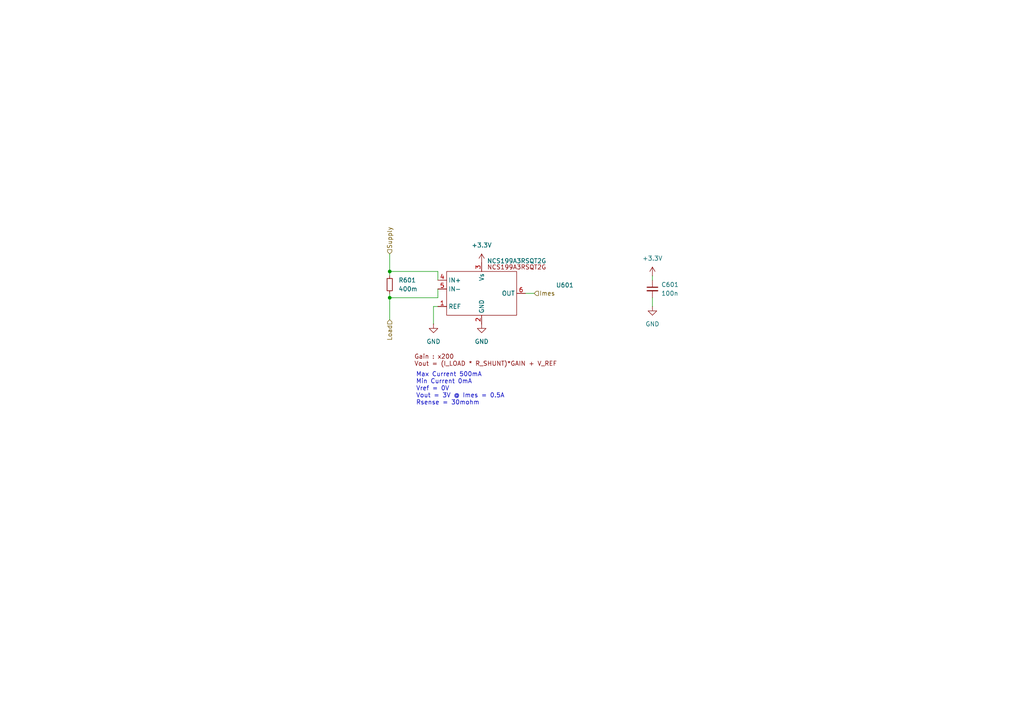
<source format=kicad_sch>
(kicad_sch (version 20231120) (generator "eeschema") (generator_version "8.0")
  (paper "A4")
  (lib_symbols
    (symbol "Device:C_Small" (pin_numbers hide) (pin_names (offset 0.254) hide)
      (property "Reference" "C" (at 0.254 1.778 0))
      (property "Value" "C_Small" (at 0.254 -2.032 0))
      (symbol "C_Small_0_1"
        (polyline (pts (xy -1.524 -0.508) (xy 1.524 -0.508)) (stroke (width 0.3302)))
        (polyline (pts (xy -1.524 0.508) (xy 1.524 0.508)) (stroke (width 0.3048)))
      )
      (symbol "C_Small_1_1"
        (pin passive line (at 0 2.54 270) (length 2.032) (name "~") (number "1"))
        (pin passive line (at 0 -2.54 90) (length 2.032) (name "~") (number "2"))
      )
    )
    (symbol "Device:R_Small" (pin_numbers hide) (pin_names (offset 0.254) hide)
      (property "Reference" "R" (at 0.762 0.508 0))
      (property "Value" "R_Small" (at 0.762 -1.016 0))
      (symbol "R_Small_0_1"
        (rectangle (start -0.762 1.778) (end 0.762 -1.778) (stroke (width 0.2032)))
      )
      (symbol "R_Small_1_1"
        (pin passive line (at 0 2.54 270) (length 0.762) (name "~") (number "1"))
        (pin passive line (at 0 -2.54 90) (length 0.762) (name "~") (number "2"))
      )
    )
    (symbol "NCS199A3RSQT2G:NCS199A3RSQT2G"
      (property "Reference" "U" (at -9.652 7.62 0))
      (symbol "NCS199A3RSQT2G_1_1"
        (rectangle (start -10.16 6.35) (end 10.16 -6.35))
        (text "Gain : x200\nVout = (I_LOAD * R_SHUNT)*GAIN + V_REF" (at -19.558 -19.304 0) (effects (font (size 1.27 1.27)) (justify left)))
        (text "NCS199A3RSQT2G" (at 10.16 7.62 0) (effects (font (size 1.27 1.27))))
        (pin input line (at -12.7 -3.81 0) (length 2.54) (name "REF") (number "1"))
        (pin power_in line (at 0 -8.89 90) (length 2.54) (name "GND") (number "2"))
        (pin power_in line (at 0 8.89 270) (length 2.54) (name "Vs") (number "3"))
        (pin input line (at -12.7 3.81 0) (length 2.54) (name "IN+") (number "4"))
        (pin input line (at -12.7 1.27 0) (length 2.54) (name "IN-") (number "5"))
        (pin output line (at 12.7 0 180) (length 2.54) (name "OUT") (number "6"))
      )
    )
    (symbol "power:+3.3V" (power) (pin_numbers hide) (pin_names (offset 0) hide)
      (property "Value" "+3.3V" (at 0 3.556 0))
      (symbol "+3.3V_0_1"
        (polyline (pts (xy -0.762 1.27) (xy 0 2.54)))
        (polyline (pts (xy 0 0) (xy 0 2.54)))
        (polyline (pts (xy 0 2.54) (xy 0.762 1.27)))
      )
      (symbol "+3.3V_1_1"
        (pin power_in line (at 0 0 90) (length 0) (name "~") (number "1"))
      )
    )
    (symbol "power:GND" (power) (pin_numbers hide) (pin_names (offset 0) hide)
      (property "Value" "GND" (at 0 -3.81 0))
      (symbol "GND_0_1"
        (polyline (pts (xy 0 0) (xy 0 -1.27) (xy 1.27 -1.27) (xy 0 -2.54) (xy -1.27 -1.27) (xy 0 -1.27)))
      )
      (symbol "GND_1_1"
        (pin power_in line (at 0 0 270) (length 0) (name "~") (number "1"))
      )
    )
  )
  (junction (at 113.03 78.74))
  (junction (at 113.03 86.36))
  (wire (pts (xy 189.23 86.36) (xy 189.23 88.9)))
  (wire (pts (xy 113.03 78.74) (xy 113.03 80.01)))
  (wire (pts (xy 154.94 85.09) (xy 152.4 85.09)))
  (wire (pts (xy 127 86.36) (xy 113.03 86.36)))
  (wire (pts (xy 113.03 86.36) (xy 113.03 92.71)))
  (wire (pts (xy 127 81.28) (xy 127 78.74)))
  (wire (pts (xy 113.03 85.09) (xy 113.03 86.36)))
  (wire (pts (xy 113.03 73.66) (xy 113.03 78.74)))
  (wire (pts (xy 127 88.9) (xy 125.73 88.9)))
  (wire (pts (xy 127 83.82) (xy 127 86.36)))
  (wire (pts (xy 125.73 88.9) (xy 125.73 93.98)))
  (wire (pts (xy 189.23 80.01) (xy 189.23 81.28)))
  (wire (pts (xy 113.03 78.74) (xy 127 78.74)))
  (text "Max Current 500mA\nMin Current 0mA\nVref = 0V\nVout = 3V @ Imes = 0.5A\nRsense = 30mohm" (at 120.65 107.95 0) (effects (font (size 1.27 1.27)) (justify left top)))
  (hierarchical_label "Load" (shape input) (at 113.03 92.71 270))
  (hierarchical_label "Imes" (shape input) (at 154.94 85.09 0))
  (hierarchical_label "Supply" (shape input) (at 113.03 73.66 90))
  (symbol (lib_id "power:GND") (at 125.73 93.98 0) (unit 1)
    (property "Reference" "#PWR0601" (effects (hide yes)))
    (property "Value" "GND" (at 125.73 99.06 0))
    (property "Description" "Power symbol creates a global label with name \"GND\" , ground" (effects (hide yes)))
  )
  (symbol (lib_id "NCS199A3RSQT2G:NCS199A3RSQT2G") (at 139.7 85.09 0) (unit 1)
    (property "Reference" "U601" (at 163.83 82.712 0))
    (property "Value" "NCS199A3RSQT2G" (at 149.86 75.692 0))
    (property "Footprint" "Package_TO_SOT_SMD:SOT-363_SC-70-6" (effects (hide yes)))
    (property "Datasheet" "https://www.mouser.fr/datasheet/2/308/1/NCS199A1R_D-2317315.pdf" (effects (hide yes)))
    (property "MPN" "NCS199A3RSQT2G" (effects (hide yes)))
  )
  (symbol (lib_id "Device:C_Small") (at 189.23 83.82 0) (unit 1)
    (property "Reference" "C601" (at 191.77 82.5562 0) (effects (justify left)))
    (property "Value" "100n" (at 191.77 85.0962 0) (effects (justify left)))
    (property "Footprint" "Capacitor_SMD:C_0402_1005Metric" (effects (hide yes)))
    (property "Description" "Unpolarized capacitor, small symbol" (effects (hide yes)))
    (property "MPN" "WE 885012105018" (effects (hide yes)))
  )
  (symbol (lib_id "power:GND") (at 139.7 93.98 0) (unit 1)
    (property "Reference" "#PWR0603" (effects (hide yes)))
    (property "Value" "GND" (at 139.7 99.06 0))
    (property "Description" "Power symbol creates a global label with name \"GND\" , ground" (effects (hide yes)))
  )
  (symbol (lib_id "power:GND") (at 189.23 88.9 0) (unit 1)
    (property "Reference" "#PWR0605" (effects (hide yes)))
    (property "Value" "GND" (at 189.23 93.98 0))
    (property "Description" "Power symbol creates a global label with name \"GND\" , ground" (effects (hide yes)))
  )
  (symbol (lib_id "power:+3.3V") (at 189.23 80.01 0) (unit 1)
    (property "Reference" "#PWR0604" (effects (hide yes)))
    (property "Value" "+3.3V" (at 189.23 74.93 0))
    (property "Description" "Power symbol creates a global label with name \"+3.3V\"" (effects (hide yes)))
  )
  (symbol (lib_id "power:+3.3V") (at 139.7 76.2 0) (unit 1)
    (property "Reference" "#PWR0602" (effects (hide yes)))
    (property "Value" "+3.3V" (at 139.7 71.12 0))
    (property "Description" "Power symbol creates a global label with name \"+3.3V\"" (effects (hide yes)))
  )
  (symbol (lib_id "Device:R_Small") (at 113.03 82.55 0) (unit 1)
    (property "Reference" "R601" (at 115.57 81.2799 0) (effects (justify left)))
    (property "Value" "400m" (at 115.57 83.8199 0) (effects (justify left)))
    (property "Footprint" "Resistor_SMD:R_0402_1005Metric" (effects (hide yes)))
    (property "Description" "Resistor, small symbol" (effects (hide yes)))
    (property "MPN" "WW04PR400FTL" (effects (hide yes)))
  )
)
</source>
